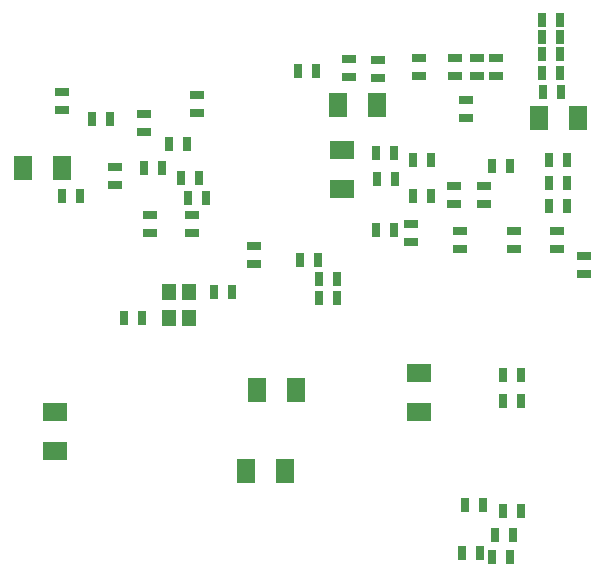
<source format=gbp>
G04 #@! TF.FileFunction,Paste,Bot*
%FSLAX46Y46*%
G04 Gerber Fmt 4.6, Leading zero omitted, Abs format (unit mm)*
G04 Created by KiCad (PCBNEW no-vcs-found-product) date mié 22 jul 2015 02:19:54 COT*
%MOMM*%
G01*
G04 APERTURE LIST*
%ADD10C,0.100000*%
%ADD11R,2.032000X1.524000*%
%ADD12R,1.143000X0.635000*%
%ADD13R,0.635000X1.143000*%
%ADD14R,1.524000X2.032000*%
%ADD15R,1.198880X1.399540*%
G04 APERTURE END LIST*
D10*
D11*
X30250000Y-110969000D03*
X30250000Y-114271000D03*
D12*
X42290000Y-84098000D03*
X42290000Y-85622000D03*
D13*
X43708000Y-100790000D03*
X45232000Y-100790000D03*
X37632000Y-103010000D03*
X36108000Y-103010000D03*
D12*
X30800000Y-83838000D03*
X30800000Y-85362000D03*
D13*
X30858000Y-92640000D03*
X32382000Y-92640000D03*
D12*
X47070000Y-96918000D03*
X47070000Y-98442000D03*
X35280000Y-91702000D03*
X35280000Y-90178000D03*
D13*
X41458000Y-92860000D03*
X42982000Y-92860000D03*
X41442000Y-88250000D03*
X39918000Y-88250000D03*
D12*
X37800000Y-85758000D03*
X37800000Y-87282000D03*
D14*
X30857000Y-90279800D03*
X27555000Y-90279800D03*
D15*
X41550000Y-100780000D03*
X41550000Y-102979640D03*
X39850740Y-102979640D03*
X39850740Y-100780000D03*
D13*
X33358000Y-86150000D03*
X34882000Y-86150000D03*
X39322000Y-90280000D03*
X37798000Y-90280000D03*
D12*
X41790000Y-95802000D03*
X41790000Y-94278000D03*
D13*
X42422000Y-91150000D03*
X40898000Y-91150000D03*
D12*
X38270000Y-95802000D03*
X38270000Y-94278000D03*
X75030000Y-97708000D03*
X75030000Y-99232000D03*
D13*
X52532000Y-98050000D03*
X51008000Y-98050000D03*
D12*
X72710000Y-97152000D03*
X72710000Y-95628000D03*
X57552400Y-81110400D03*
X57552400Y-82634400D03*
D13*
X73602000Y-91530000D03*
X72078000Y-91530000D03*
D12*
X64110000Y-80998000D03*
X64110000Y-82522000D03*
D13*
X57398000Y-89050000D03*
X58922000Y-89050000D03*
X68188000Y-107800000D03*
X69712000Y-107800000D03*
D12*
X65970000Y-80988000D03*
X65970000Y-82512000D03*
D13*
X57488000Y-91229000D03*
X59012000Y-91229000D03*
X52292000Y-82060000D03*
X50768000Y-82060000D03*
D12*
X67530000Y-80988000D03*
X67530000Y-82512000D03*
X55139400Y-81085000D03*
X55139400Y-82609000D03*
X61020000Y-80988000D03*
X61020000Y-82512000D03*
D13*
X57398000Y-95550000D03*
X58922000Y-95550000D03*
D12*
X60330000Y-96582000D03*
X60330000Y-95058000D03*
X69050000Y-97162000D03*
X69050000Y-95638000D03*
X64540000Y-97122000D03*
X64540000Y-95598000D03*
D13*
X73032000Y-83870000D03*
X71508000Y-83870000D03*
X73579800Y-93505600D03*
X72055800Y-93505600D03*
X60528000Y-89590000D03*
X62052000Y-89590000D03*
X60538000Y-92670000D03*
X62062000Y-92670000D03*
D12*
X66556700Y-93327800D03*
X66556700Y-91803800D03*
D13*
X68158000Y-110050000D03*
X69682000Y-110050000D03*
X68752000Y-90160000D03*
X67228000Y-90160000D03*
D12*
X63990000Y-93322000D03*
X63990000Y-91798000D03*
X65020000Y-84508000D03*
X65020000Y-86032000D03*
D13*
X73612000Y-89610000D03*
X72088000Y-89610000D03*
X52578000Y-99700000D03*
X54102000Y-99700000D03*
X52608000Y-101320000D03*
X54132000Y-101320000D03*
D11*
X54555200Y-92083200D03*
X54555200Y-88781200D03*
X61040000Y-107659000D03*
X61040000Y-110961000D03*
D14*
X57488900Y-84920400D03*
X54186900Y-84920400D03*
X50661000Y-109080000D03*
X47359000Y-109080000D03*
X74545000Y-86025300D03*
X71243000Y-86025300D03*
X46389000Y-115980000D03*
X49691000Y-115980000D03*
D13*
X71448000Y-77760000D03*
X72972000Y-77760000D03*
X71438000Y-79170000D03*
X72962000Y-79170000D03*
X71428000Y-80660000D03*
X72952000Y-80660000D03*
X71488000Y-82280000D03*
X73012000Y-82280000D03*
X68972000Y-121350000D03*
X67448000Y-121350000D03*
X68792000Y-123270000D03*
X67268000Y-123270000D03*
X69702000Y-119370000D03*
X68178000Y-119370000D03*
X64918000Y-118860000D03*
X66442000Y-118860000D03*
X64648000Y-122900000D03*
X66172000Y-122900000D03*
M02*

</source>
